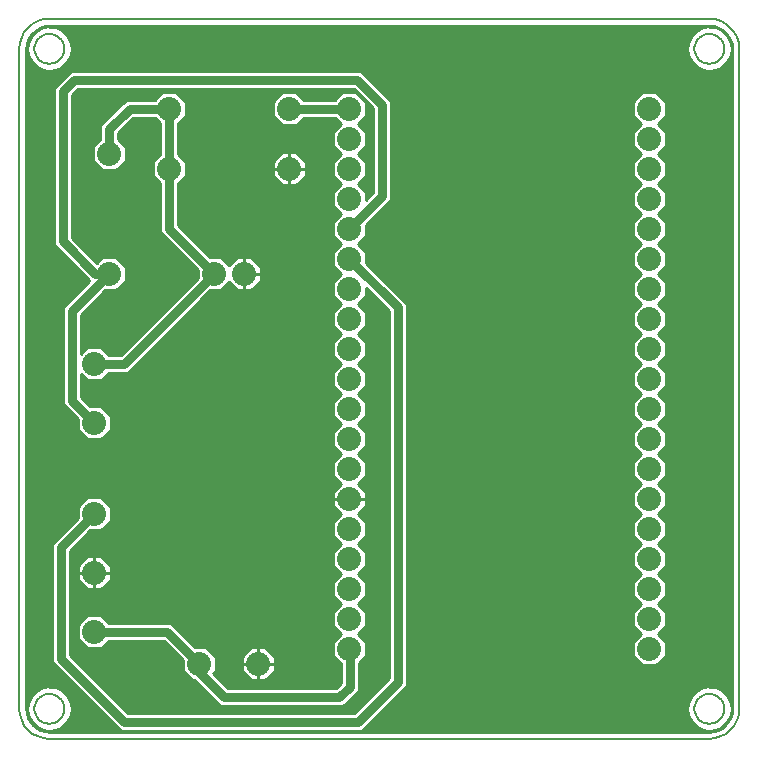
<source format=gbr>
G04 PROTEUS GERBER X2 FILE*
%TF.GenerationSoftware,Labcenter,Proteus,8.17-SP2-Build37159*%
%TF.CreationDate,2024-06-14T20:57:10+00:00*%
%TF.FileFunction,Copper,L2,Bot*%
%TF.FilePolarity,Positive*%
%TF.Part,Single*%
%TF.SameCoordinates,{55591e3b-a6ba-419d-b1af-bbe9e4acfd0b}*%
%FSLAX45Y45*%
%MOMM*%
G01*
%TA.AperFunction,Conductor*%
%ADD12C,0.762000*%
%ADD13C,0.254000*%
%TA.AperFunction,ComponentPad*%
%ADD10C,2.032000*%
%TA.AperFunction,Profile*%
%ADD11C,0.203200*%
%TD.AperFunction*%
%TA.AperFunction,Conductor*%
G36*
X+2832964Y+2982803D02*
X+2869052Y+2971597D01*
X+2901749Y+2953848D01*
X+2930295Y+2930295D01*
X+2953848Y+2901749D01*
X+2971597Y+2869052D01*
X+2982803Y+2832964D01*
X+2987040Y+2790940D01*
X+2987040Y-2790940D01*
X+2982803Y-2832964D01*
X+2971597Y-2869052D01*
X+2953848Y-2901749D01*
X+2930295Y-2930295D01*
X+2901749Y-2953848D01*
X+2869052Y-2971597D01*
X+2832964Y-2982803D01*
X+2790940Y-2987040D01*
X-2790940Y-2987040D01*
X-2832964Y-2982803D01*
X-2869052Y-2971597D01*
X-2901749Y-2953848D01*
X-2930295Y-2930295D01*
X-2953848Y-2901749D01*
X-2971597Y-2869052D01*
X-2982803Y-2832964D01*
X-2987040Y-2790940D01*
X-2987040Y+2790940D01*
X-2982803Y+2832964D01*
X-2971597Y+2869052D01*
X-2953848Y+2901749D01*
X-2930295Y+2930295D01*
X-2901749Y+2953848D01*
X-2869052Y+2971597D01*
X-2832964Y+2982803D01*
X-2790940Y+2987040D01*
X+2790940Y+2987040D01*
X+2832964Y+2982803D01*
G37*
%TD.AperFunction*%
%LPC*%
G36*
X+2802710Y-2606666D02*
X+2847557Y-2613140D01*
X+2898855Y-2637107D01*
X+2943796Y-2678866D01*
X+2975336Y-2741497D01*
X+2982529Y-2794000D01*
X+2975336Y-2846503D01*
X+2943796Y-2909134D01*
X+2930214Y-2921755D01*
X+2898855Y-2950893D01*
X+2890177Y-2954948D01*
X+2847557Y-2974860D01*
X+2794000Y-2982591D01*
X+2785290Y-2981334D01*
X+2740443Y-2974860D01*
X+2689145Y-2950893D01*
X+2644204Y-2909134D01*
X+2612664Y-2846503D01*
X+2605471Y-2794000D01*
X+2612664Y-2741497D01*
X+2644204Y-2678866D01*
X+2657786Y-2666245D01*
X+2689145Y-2637107D01*
X+2697823Y-2633052D01*
X+2740443Y-2613140D01*
X+2794000Y-2605409D01*
X+2802710Y-2606666D01*
G37*
G36*
X-2785290Y-2606666D02*
X-2740443Y-2613140D01*
X-2689145Y-2637107D01*
X-2644204Y-2678866D01*
X-2612664Y-2741497D01*
X-2605471Y-2794000D01*
X-2612664Y-2846503D01*
X-2644204Y-2909134D01*
X-2657786Y-2921755D01*
X-2689145Y-2950893D01*
X-2697823Y-2954948D01*
X-2740443Y-2974860D01*
X-2794000Y-2982591D01*
X-2802710Y-2981334D01*
X-2847557Y-2974860D01*
X-2898855Y-2950893D01*
X-2943796Y-2909134D01*
X-2975336Y-2846503D01*
X-2982529Y-2794000D01*
X-2975336Y-2741497D01*
X-2943796Y-2678866D01*
X-2930214Y-2666245D01*
X-2898855Y-2637107D01*
X-2890177Y-2633052D01*
X-2847557Y-2613140D01*
X-2794000Y-2605409D01*
X-2785290Y-2606666D01*
G37*
G36*
X-2785290Y+2981334D02*
X-2740443Y+2974860D01*
X-2689145Y+2950893D01*
X-2644204Y+2909134D01*
X-2612664Y+2846503D01*
X-2605471Y+2794000D01*
X-2612664Y+2741497D01*
X-2644204Y+2678866D01*
X-2657786Y+2666245D01*
X-2689145Y+2637107D01*
X-2697823Y+2633052D01*
X-2740443Y+2613140D01*
X-2794000Y+2605409D01*
X-2802710Y+2606666D01*
X-2847557Y+2613140D01*
X-2898855Y+2637107D01*
X-2943796Y+2678866D01*
X-2975336Y+2741497D01*
X-2982529Y+2794000D01*
X-2975336Y+2846503D01*
X-2943796Y+2909134D01*
X-2930214Y+2921755D01*
X-2898855Y+2950893D01*
X-2890177Y+2954948D01*
X-2847557Y+2974860D01*
X-2794000Y+2982591D01*
X-2785290Y+2981334D01*
G37*
G36*
X+2802710Y+2981334D02*
X+2847557Y+2974860D01*
X+2898855Y+2950893D01*
X+2943796Y+2909134D01*
X+2975336Y+2846503D01*
X+2982529Y+2794000D01*
X+2975336Y+2741497D01*
X+2943796Y+2678866D01*
X+2930214Y+2666245D01*
X+2898855Y+2637107D01*
X+2890177Y+2633052D01*
X+2847557Y+2613140D01*
X+2794000Y+2605409D01*
X+2785290Y+2606666D01*
X+2740443Y+2613140D01*
X+2689145Y+2637107D01*
X+2644204Y+2678866D01*
X+2612664Y+2741497D01*
X+2605471Y+2794000D01*
X+2612664Y+2846503D01*
X+2644204Y+2909134D01*
X+2657786Y+2921755D01*
X+2689145Y+2950893D01*
X+2697823Y+2954948D01*
X+2740443Y+2974860D01*
X+2794000Y+2982591D01*
X+2802710Y+2981334D01*
G37*
G36*
X+76740Y+2375440D02*
X+99059Y+2353121D01*
X+99059Y+1515299D01*
X-114301Y+1301939D01*
X-114301Y+1212135D01*
X-183436Y+1143000D01*
X-114301Y+1073865D01*
X-114301Y+984061D01*
X+234620Y+635140D01*
X+234620Y-2599828D01*
X-149123Y-2983571D01*
X-2189882Y-2983571D01*
X-2772813Y-2400640D01*
X-2772813Y-1395053D01*
X-2552699Y-1174939D01*
X-2552699Y-1085135D01*
X-2470865Y-1003301D01*
X-2355135Y-1003301D01*
X-2273301Y-1085135D01*
X-2273301Y-1200865D01*
X-2355135Y-1282699D01*
X-2444939Y-1282699D01*
X-2620415Y-1458175D01*
X-2620415Y-2337518D01*
X-2126760Y-2831173D01*
X-212245Y-2831173D01*
X+82222Y-2536706D01*
X+82222Y+572018D01*
X-114301Y+768541D01*
X-114301Y+704135D01*
X-183436Y+635000D01*
X-114301Y+565865D01*
X-114301Y+450135D01*
X-183436Y+381000D01*
X-114301Y+311865D01*
X-114301Y+196135D01*
X-183436Y+127000D01*
X-114301Y+57865D01*
X-114301Y-57865D01*
X-183436Y-127000D01*
X-114301Y-196135D01*
X-114301Y-311865D01*
X-183436Y-381000D01*
X-114301Y-450135D01*
X-114301Y-565865D01*
X-183436Y-635000D01*
X-114301Y-704135D01*
X-114301Y-819865D01*
X-183436Y-889000D01*
X-114301Y-958135D01*
X-114301Y-1073865D01*
X-183436Y-1143000D01*
X-114301Y-1212135D01*
X-114301Y-1327865D01*
X-183436Y-1397000D01*
X-114301Y-1466135D01*
X-114301Y-1581865D01*
X-183436Y-1651000D01*
X-114301Y-1720135D01*
X-114301Y-1835865D01*
X-183436Y-1905000D01*
X-114301Y-1974135D01*
X-114301Y-2089865D01*
X-183436Y-2159000D01*
X-114301Y-2228135D01*
X-114301Y-2343865D01*
X-174792Y-2404356D01*
X-174792Y-2640235D01*
X-305985Y-2771428D01*
X-1346468Y-2771428D01*
X-1565197Y-2552699D01*
X-1581865Y-2552699D01*
X-1663699Y-2470865D01*
X-1663699Y-2381062D01*
X-1825562Y-2219199D01*
X-2291635Y-2219199D01*
X-2355135Y-2282699D01*
X-2470865Y-2282699D01*
X-2552699Y-2200865D01*
X-2552699Y-2085135D01*
X-2470865Y-2003301D01*
X-2355135Y-2003301D01*
X-2291635Y-2066802D01*
X-1762438Y-2066802D01*
X-1555939Y-2273301D01*
X-1466135Y-2273301D01*
X-1384301Y-2355135D01*
X-1384301Y-2470865D01*
X-1407906Y-2494470D01*
X-1283346Y-2619030D01*
X-369107Y-2619030D01*
X-327190Y-2577113D01*
X-327190Y-2410374D01*
X-393699Y-2343865D01*
X-393699Y-2228135D01*
X-324564Y-2159000D01*
X-393699Y-2089865D01*
X-393699Y-1974135D01*
X-324564Y-1905000D01*
X-393699Y-1835865D01*
X-393699Y-1720135D01*
X-324564Y-1651000D01*
X-393699Y-1581865D01*
X-393699Y-1466135D01*
X-324564Y-1397000D01*
X-393699Y-1327865D01*
X-393699Y-1212135D01*
X-324564Y-1143000D01*
X-393699Y-1073865D01*
X-393699Y-958135D01*
X-324564Y-889000D01*
X-393699Y-819865D01*
X-393699Y-704135D01*
X-324564Y-635000D01*
X-393699Y-565865D01*
X-393699Y-450135D01*
X-324564Y-381000D01*
X-393699Y-311865D01*
X-393699Y-196135D01*
X-324564Y-127000D01*
X-393699Y-57865D01*
X-393699Y+57865D01*
X-324564Y+127000D01*
X-393699Y+196135D01*
X-393699Y+311865D01*
X-324564Y+381000D01*
X-393699Y+450135D01*
X-393699Y+565865D01*
X-324564Y+635000D01*
X-393699Y+704135D01*
X-393699Y+819865D01*
X-324564Y+889000D01*
X-393699Y+958135D01*
X-393699Y+1073865D01*
X-324564Y+1143000D01*
X-393699Y+1212135D01*
X-393699Y+1327865D01*
X-324564Y+1397000D01*
X-393699Y+1466135D01*
X-393699Y+1581865D01*
X-324564Y+1651000D01*
X-393699Y+1720135D01*
X-393699Y+1835865D01*
X-324564Y+1905000D01*
X-393699Y+1974135D01*
X-393699Y+2089865D01*
X-324564Y+2159000D01*
X-375365Y+2209801D01*
X-640635Y+2209801D01*
X-704135Y+2146301D01*
X-819865Y+2146301D01*
X-901699Y+2228135D01*
X-901699Y+2343865D01*
X-819865Y+2425699D01*
X-704135Y+2425699D01*
X-640635Y+2362199D01*
X-375365Y+2362199D01*
X-311865Y+2425699D01*
X-196135Y+2425699D01*
X-114301Y+2343865D01*
X-114301Y+2228135D01*
X-183436Y+2159000D01*
X-114301Y+2089865D01*
X-114301Y+1974135D01*
X-183436Y+1905000D01*
X-114301Y+1835865D01*
X-114301Y+1720135D01*
X-183436Y+1651000D01*
X-114301Y+1581865D01*
X-114301Y+1517459D01*
X-53339Y+1578421D01*
X-53339Y+2289999D01*
X-216019Y+2452679D01*
X-2550054Y+2452679D01*
X-2602281Y+2400452D01*
X-2602281Y+1193576D01*
X-2390635Y+981929D01*
X-2343865Y+1028699D01*
X-2228135Y+1028699D01*
X-2146301Y+946865D01*
X-2146301Y+831135D01*
X-2228135Y+749301D01*
X-2317939Y+749301D01*
X-2524761Y+542479D01*
X-2524761Y+212803D01*
X-2470865Y+266699D01*
X-2355135Y+266699D01*
X-2291635Y+203199D01*
X-2190561Y+203199D01*
X-1536699Y+857061D01*
X-1536699Y+920939D01*
X-1854199Y+1238439D01*
X-1854199Y+1656635D01*
X-1917699Y+1720135D01*
X-1917699Y+1835865D01*
X-1854199Y+1899365D01*
X-1854199Y+2164635D01*
X-1899365Y+2209801D01*
X-2081719Y+2209801D01*
X-2209801Y+2081719D01*
X-2209801Y+2026365D01*
X-2146301Y+1962865D01*
X-2146301Y+1847135D01*
X-2228135Y+1765301D01*
X-2343865Y+1765301D01*
X-2425699Y+1847135D01*
X-2425699Y+1962865D01*
X-2362199Y+2026365D01*
X-2362199Y+2144841D01*
X-2144841Y+2362199D01*
X-1899365Y+2362199D01*
X-1835865Y+2425699D01*
X-1720135Y+2425699D01*
X-1638301Y+2343865D01*
X-1638301Y+2228135D01*
X-1701801Y+2164635D01*
X-1701801Y+1899365D01*
X-1638301Y+1835865D01*
X-1638301Y+1720135D01*
X-1701801Y+1656635D01*
X-1701801Y+1301561D01*
X-1428939Y+1028699D01*
X-1339135Y+1028699D01*
X-1270000Y+959564D01*
X-1200865Y+1028699D01*
X-1085135Y+1028699D01*
X-1003301Y+946865D01*
X-1003301Y+831135D01*
X-1085135Y+749301D01*
X-1200865Y+749301D01*
X-1270000Y+818436D01*
X-1339135Y+749301D01*
X-1428939Y+749301D01*
X-2127439Y+50801D01*
X-2291635Y+50801D01*
X-2355135Y-12699D01*
X-2470865Y-12699D01*
X-2524761Y+41197D01*
X-2524761Y-153479D01*
X-2444939Y-233301D01*
X-2355135Y-233301D01*
X-2273301Y-315135D01*
X-2273301Y-430865D01*
X-2355135Y-512699D01*
X-2470865Y-512699D01*
X-2552699Y-430865D01*
X-2552699Y-341061D01*
X-2677159Y-216601D01*
X-2677159Y+605601D01*
X-2453493Y+829267D01*
X-2459345Y+835120D01*
X-2754679Y+1130454D01*
X-2754679Y+2463574D01*
X-2613176Y+2605077D01*
X-152897Y+2605077D01*
X+76740Y+2375440D01*
G37*
G36*
X+2425699Y+2343865D02*
X+2425699Y+2228135D01*
X+2356564Y+2159000D01*
X+2425699Y+2089865D01*
X+2425699Y+1974135D01*
X+2356564Y+1905000D01*
X+2425699Y+1835865D01*
X+2425699Y+1720135D01*
X+2356564Y+1651000D01*
X+2425699Y+1581865D01*
X+2425699Y+1466135D01*
X+2356564Y+1397000D01*
X+2425699Y+1327865D01*
X+2425699Y+1212135D01*
X+2356564Y+1143000D01*
X+2425699Y+1073865D01*
X+2425699Y+958135D01*
X+2356564Y+889000D01*
X+2425699Y+819865D01*
X+2425699Y+704135D01*
X+2356564Y+635000D01*
X+2425699Y+565865D01*
X+2425699Y+450135D01*
X+2356564Y+381000D01*
X+2425699Y+311865D01*
X+2425699Y+196135D01*
X+2356564Y+127000D01*
X+2425699Y+57865D01*
X+2425699Y-57865D01*
X+2356564Y-127000D01*
X+2425699Y-196135D01*
X+2425699Y-311865D01*
X+2356564Y-381000D01*
X+2425699Y-450135D01*
X+2425699Y-565865D01*
X+2356564Y-635000D01*
X+2425699Y-704135D01*
X+2425699Y-819865D01*
X+2356564Y-889000D01*
X+2425699Y-958135D01*
X+2425699Y-1073865D01*
X+2356564Y-1143000D01*
X+2425699Y-1212135D01*
X+2425699Y-1327865D01*
X+2356564Y-1397000D01*
X+2425699Y-1466135D01*
X+2425699Y-1581865D01*
X+2356564Y-1651000D01*
X+2425699Y-1720135D01*
X+2425699Y-1835865D01*
X+2356564Y-1905000D01*
X+2425699Y-1974135D01*
X+2425699Y-2089865D01*
X+2356564Y-2159000D01*
X+2425699Y-2228135D01*
X+2425699Y-2343865D01*
X+2343865Y-2425699D01*
X+2228135Y-2425699D01*
X+2146301Y-2343865D01*
X+2146301Y-2228135D01*
X+2215436Y-2159000D01*
X+2146301Y-2089865D01*
X+2146301Y-1974135D01*
X+2215436Y-1905000D01*
X+2146301Y-1835865D01*
X+2146301Y-1720135D01*
X+2215436Y-1651000D01*
X+2146301Y-1581865D01*
X+2146301Y-1466135D01*
X+2215436Y-1397000D01*
X+2146301Y-1327865D01*
X+2146301Y-1212135D01*
X+2215436Y-1143000D01*
X+2146301Y-1073865D01*
X+2146301Y-958135D01*
X+2215436Y-889000D01*
X+2146301Y-819865D01*
X+2146301Y-704135D01*
X+2215436Y-635000D01*
X+2146301Y-565865D01*
X+2146301Y-450135D01*
X+2215436Y-381000D01*
X+2146301Y-311865D01*
X+2146301Y-196135D01*
X+2215436Y-127000D01*
X+2146301Y-57865D01*
X+2146301Y+57865D01*
X+2215436Y+127000D01*
X+2146301Y+196135D01*
X+2146301Y+311865D01*
X+2215436Y+381000D01*
X+2146301Y+450135D01*
X+2146301Y+565865D01*
X+2215436Y+635000D01*
X+2146301Y+704135D01*
X+2146301Y+819865D01*
X+2215436Y+889000D01*
X+2146301Y+958135D01*
X+2146301Y+1073865D01*
X+2215436Y+1143000D01*
X+2146301Y+1212135D01*
X+2146301Y+1327865D01*
X+2215436Y+1397000D01*
X+2146301Y+1466135D01*
X+2146301Y+1581865D01*
X+2215436Y+1651000D01*
X+2146301Y+1720135D01*
X+2146301Y+1835865D01*
X+2215436Y+1905000D01*
X+2146301Y+1974135D01*
X+2146301Y+2089865D01*
X+2215436Y+2159000D01*
X+2146301Y+2228135D01*
X+2146301Y+2343865D01*
X+2228135Y+2425699D01*
X+2343865Y+2425699D01*
X+2425699Y+2343865D01*
G37*
G36*
X-901699Y+1720135D02*
X-901699Y+1835865D01*
X-819865Y+1917699D01*
X-704135Y+1917699D01*
X-622301Y+1835865D01*
X-622301Y+1720135D01*
X-704135Y+1638301D01*
X-819865Y+1638301D01*
X-901699Y+1720135D01*
G37*
G36*
X-2552699Y-1700865D02*
X-2552699Y-1585135D01*
X-2470865Y-1503301D01*
X-2355135Y-1503301D01*
X-2273301Y-1585135D01*
X-2273301Y-1700865D01*
X-2355135Y-1782699D01*
X-2470865Y-1782699D01*
X-2552699Y-1700865D01*
G37*
G36*
X-1163699Y-2470865D02*
X-1163699Y-2355135D01*
X-1081865Y-2273301D01*
X-966135Y-2273301D01*
X-884301Y-2355135D01*
X-884301Y-2470865D01*
X-966135Y-2552699D01*
X-1081865Y-2552699D01*
X-1163699Y-2470865D01*
G37*
%LPD*%
D12*
X-1524000Y-2413000D02*
X-1524000Y-2486136D01*
X-1314907Y-2695229D01*
X-337546Y-2695229D01*
X-250991Y-2608674D01*
X-250991Y-2289009D01*
X-254000Y-2286000D01*
X-2413000Y-2143000D02*
X-1794000Y-2143000D01*
X-1524000Y-2413000D01*
X-1778000Y+1778000D02*
X-1778000Y+1270000D01*
X-1397000Y+889000D01*
X-2159000Y+127000D01*
X-2413000Y+127000D01*
X-762000Y+2286000D02*
X-254000Y+2286000D01*
X-1778000Y+2286000D02*
X-2113280Y+2286000D01*
X-2286000Y+2113280D01*
X-2286000Y+1905000D01*
X-1778000Y+2286000D02*
X-1778000Y+1778000D01*
X-2413000Y-373000D02*
X-2600960Y-185040D01*
X-2600960Y+574040D01*
X-2286000Y+889000D01*
X-2413000Y-1143000D02*
X-2696614Y-1426614D01*
X-2696614Y-2210621D01*
X-2696614Y-2369079D01*
X-2158321Y-2907372D01*
X-180684Y-2907372D01*
X+158421Y-2568267D01*
X+158421Y+603579D01*
X-254000Y+1016000D01*
X-2286000Y+889000D02*
X-2405465Y+889000D01*
X-2678480Y+1162015D01*
X-2678480Y+2432013D01*
X-2581615Y+2528878D01*
X-184458Y+2528878D01*
X+22860Y+2321560D01*
X+22860Y+1546860D01*
X-254000Y+1270000D01*
D13*
X+2832964Y+2982803D02*
X+2869052Y+2971597D01*
X+2901749Y+2953848D01*
X+2930295Y+2930295D01*
X+2953848Y+2901749D01*
X+2971597Y+2869052D01*
X+2982803Y+2832964D01*
X+2987040Y+2790940D01*
X+2987040Y-2790940D01*
X+2982803Y-2832964D01*
X+2971597Y-2869052D01*
X+2953848Y-2901749D01*
X+2930295Y-2930295D01*
X+2901749Y-2953848D01*
X+2869052Y-2971597D01*
X+2832964Y-2982803D01*
X+2790940Y-2987040D01*
X-2790940Y-2987040D01*
X-2832964Y-2982803D01*
X-2869052Y-2971597D01*
X-2901749Y-2953848D01*
X-2930295Y-2930295D01*
X-2953848Y-2901749D01*
X-2971597Y-2869052D01*
X-2982803Y-2832964D01*
X-2987040Y-2790940D01*
X-2987040Y+2790940D01*
X-2982803Y+2832964D01*
X-2971597Y+2869052D01*
X-2953848Y+2901749D01*
X-2930295Y+2930295D01*
X-2901749Y+2953848D01*
X-2869052Y+2971597D01*
X-2832964Y+2982803D01*
X-2790940Y+2987040D01*
X+2790940Y+2987040D01*
X+2832964Y+2982803D01*
X+2802710Y-2606666D02*
X+2847557Y-2613140D01*
X+2898855Y-2637107D01*
X+2943796Y-2678866D01*
X+2975336Y-2741497D01*
X+2982529Y-2794000D01*
X+2975336Y-2846503D01*
X+2943796Y-2909134D01*
X+2930214Y-2921755D01*
X+2898855Y-2950893D01*
X+2890177Y-2954948D01*
X+2847557Y-2974860D01*
X+2794000Y-2982591D01*
X+2785290Y-2981334D01*
X+2740443Y-2974860D01*
X+2689145Y-2950893D01*
X+2644204Y-2909134D01*
X+2612664Y-2846503D01*
X+2605471Y-2794000D01*
X+2612664Y-2741497D01*
X+2644204Y-2678866D01*
X+2657786Y-2666245D01*
X+2689145Y-2637107D01*
X+2697823Y-2633052D01*
X+2740443Y-2613140D01*
X+2794000Y-2605409D01*
X+2802710Y-2606666D01*
X-2785290Y-2606666D02*
X-2740443Y-2613140D01*
X-2689145Y-2637107D01*
X-2644204Y-2678866D01*
X-2612664Y-2741497D01*
X-2605471Y-2794000D01*
X-2612664Y-2846503D01*
X-2644204Y-2909134D01*
X-2657786Y-2921755D01*
X-2689145Y-2950893D01*
X-2697823Y-2954948D01*
X-2740443Y-2974860D01*
X-2794000Y-2982591D01*
X-2802710Y-2981334D01*
X-2847557Y-2974860D01*
X-2898855Y-2950893D01*
X-2943796Y-2909134D01*
X-2975336Y-2846503D01*
X-2982529Y-2794000D01*
X-2975336Y-2741497D01*
X-2943796Y-2678866D01*
X-2930214Y-2666245D01*
X-2898855Y-2637107D01*
X-2890177Y-2633052D01*
X-2847557Y-2613140D01*
X-2794000Y-2605409D01*
X-2785290Y-2606666D01*
X-2785290Y+2981334D02*
X-2740443Y+2974860D01*
X-2689145Y+2950893D01*
X-2644204Y+2909134D01*
X-2612664Y+2846503D01*
X-2605471Y+2794000D01*
X-2612664Y+2741497D01*
X-2644204Y+2678866D01*
X-2657786Y+2666245D01*
X-2689145Y+2637107D01*
X-2697823Y+2633052D01*
X-2740443Y+2613140D01*
X-2794000Y+2605409D01*
X-2802710Y+2606666D01*
X-2847557Y+2613140D01*
X-2898855Y+2637107D01*
X-2943796Y+2678866D01*
X-2975336Y+2741497D01*
X-2982529Y+2794000D01*
X-2975336Y+2846503D01*
X-2943796Y+2909134D01*
X-2930214Y+2921755D01*
X-2898855Y+2950893D01*
X-2890177Y+2954948D01*
X-2847557Y+2974860D01*
X-2794000Y+2982591D01*
X-2785290Y+2981334D01*
X+2802710Y+2981334D02*
X+2847557Y+2974860D01*
X+2898855Y+2950893D01*
X+2943796Y+2909134D01*
X+2975336Y+2846503D01*
X+2982529Y+2794000D01*
X+2975336Y+2741497D01*
X+2943796Y+2678866D01*
X+2930214Y+2666245D01*
X+2898855Y+2637107D01*
X+2890177Y+2633052D01*
X+2847557Y+2613140D01*
X+2794000Y+2605409D01*
X+2785290Y+2606666D01*
X+2740443Y+2613140D01*
X+2689145Y+2637107D01*
X+2644204Y+2678866D01*
X+2612664Y+2741497D01*
X+2605471Y+2794000D01*
X+2612664Y+2846503D01*
X+2644204Y+2909134D01*
X+2657786Y+2921755D01*
X+2689145Y+2950893D01*
X+2697823Y+2954948D01*
X+2740443Y+2974860D01*
X+2794000Y+2982591D01*
X+2802710Y+2981334D01*
X+76740Y+2375440D02*
X+99059Y+2353121D01*
X+99059Y+1515299D01*
X-114301Y+1301939D01*
X-114301Y+1212135D01*
X-183436Y+1143000D01*
X-114301Y+1073865D01*
X-114301Y+984061D01*
X+234620Y+635140D01*
X+234620Y-2599828D01*
X-149123Y-2983571D01*
X-2189882Y-2983571D01*
X-2772813Y-2400640D01*
X-2772813Y-1395053D01*
X-2552699Y-1174939D01*
X-2552699Y-1085135D01*
X-2470865Y-1003301D01*
X-2355135Y-1003301D01*
X-2273301Y-1085135D01*
X-2273301Y-1200865D01*
X-2355135Y-1282699D01*
X-2444939Y-1282699D01*
X-2620415Y-1458175D01*
X-2620415Y-2337518D01*
X-2126760Y-2831173D01*
X-212245Y-2831173D01*
X+82222Y-2536706D01*
X+82222Y+572018D01*
X-114301Y+768541D01*
X-114301Y+704135D01*
X-183436Y+635000D01*
X-114301Y+565865D01*
X-114301Y+450135D01*
X-183436Y+381000D01*
X-114301Y+311865D01*
X-114301Y+196135D01*
X-183436Y+127000D01*
X-114301Y+57865D01*
X-114301Y-57865D01*
X-183436Y-127000D01*
X-114301Y-196135D01*
X-114301Y-311865D01*
X-183436Y-381000D01*
X-114301Y-450135D01*
X-114301Y-565865D01*
X-183436Y-635000D01*
X-114301Y-704135D01*
X-114301Y-819865D01*
X-183436Y-889000D01*
X-114301Y-958135D01*
X-114301Y-1073865D01*
X-183436Y-1143000D01*
X-114301Y-1212135D01*
X-114301Y-1327865D01*
X-183436Y-1397000D01*
X-114301Y-1466135D01*
X-114301Y-1581865D01*
X-183436Y-1651000D01*
X-114301Y-1720135D01*
X-114301Y-1835865D01*
X-183436Y-1905000D01*
X-114301Y-1974135D01*
X-114301Y-2089865D01*
X-183436Y-2159000D01*
X-114301Y-2228135D01*
X-114301Y-2343865D01*
X-174792Y-2404356D01*
X-174792Y-2640235D01*
X-305985Y-2771428D01*
X-1346468Y-2771428D01*
X-1565197Y-2552699D01*
X-1581865Y-2552699D01*
X-1663699Y-2470865D01*
X-1663699Y-2381062D01*
X-1825562Y-2219199D01*
X-2291635Y-2219199D01*
X-2355135Y-2282699D01*
X-2470865Y-2282699D01*
X-2552699Y-2200865D01*
X-2552699Y-2085135D01*
X-2470865Y-2003301D01*
X-2355135Y-2003301D01*
X-2291635Y-2066802D01*
X-1762438Y-2066802D01*
X-1555939Y-2273301D01*
X-1466135Y-2273301D01*
X-1384301Y-2355135D01*
X-1384301Y-2470865D01*
X-1407906Y-2494470D01*
X-1283346Y-2619030D01*
X-369107Y-2619030D01*
X-327190Y-2577113D01*
X-327190Y-2410374D01*
X-393699Y-2343865D01*
X-393699Y-2228135D01*
X-324564Y-2159000D01*
X-393699Y-2089865D01*
X-393699Y-1974135D01*
X-324564Y-1905000D01*
X-393699Y-1835865D01*
X-393699Y-1720135D01*
X-324564Y-1651000D01*
X-393699Y-1581865D01*
X-393699Y-1466135D01*
X-324564Y-1397000D01*
X-393699Y-1327865D01*
X-393699Y-1212135D01*
X-324564Y-1143000D01*
X-393699Y-1073865D01*
X-393699Y-958135D01*
X-324564Y-889000D01*
X-393699Y-819865D01*
X-393699Y-704135D01*
X-324564Y-635000D01*
X-393699Y-565865D01*
X-393699Y-450135D01*
X-324564Y-381000D01*
X-393699Y-311865D01*
X-393699Y-196135D01*
X-324564Y-127000D01*
X-393699Y-57865D01*
X-393699Y+57865D01*
X-324564Y+127000D01*
X-393699Y+196135D01*
X-393699Y+311865D01*
X-324564Y+381000D01*
X-393699Y+450135D01*
X-393699Y+565865D01*
X-324564Y+635000D01*
X-393699Y+704135D01*
X-393699Y+819865D01*
X-324564Y+889000D01*
X-393699Y+958135D01*
X-393699Y+1073865D01*
X-324564Y+1143000D01*
X-393699Y+1212135D01*
X-393699Y+1327865D01*
X-324564Y+1397000D01*
X-393699Y+1466135D01*
X-393699Y+1581865D01*
X-324564Y+1651000D01*
X-393699Y+1720135D01*
X-393699Y+1835865D01*
X-324564Y+1905000D01*
X-393699Y+1974135D01*
X-393699Y+2089865D01*
X-324564Y+2159000D01*
X-375365Y+2209801D01*
X-640635Y+2209801D01*
X-704135Y+2146301D01*
X-819865Y+2146301D01*
X-901699Y+2228135D01*
X-901699Y+2343865D01*
X-819865Y+2425699D01*
X-704135Y+2425699D01*
X-640635Y+2362199D01*
X-375365Y+2362199D01*
X-311865Y+2425699D01*
X-196135Y+2425699D01*
X-114301Y+2343865D01*
X-114301Y+2228135D01*
X-183436Y+2159000D01*
X-114301Y+2089865D01*
X-114301Y+1974135D01*
X-183436Y+1905000D01*
X-114301Y+1835865D01*
X-114301Y+1720135D01*
X-183436Y+1651000D01*
X-114301Y+1581865D01*
X-114301Y+1517459D01*
X-53339Y+1578421D01*
X-53339Y+2289999D01*
X-216019Y+2452679D01*
X-2550054Y+2452679D01*
X-2602281Y+2400452D01*
X-2602281Y+1193576D01*
X-2390635Y+981929D01*
X-2343865Y+1028699D01*
X-2228135Y+1028699D01*
X-2146301Y+946865D01*
X-2146301Y+831135D01*
X-2228135Y+749301D01*
X-2317939Y+749301D01*
X-2524761Y+542479D01*
X-2524761Y+212803D01*
X-2470865Y+266699D01*
X-2355135Y+266699D01*
X-2291635Y+203199D01*
X-2190561Y+203199D01*
X-1536699Y+857061D01*
X-1536699Y+920939D01*
X-1854199Y+1238439D01*
X-1854199Y+1656635D01*
X-1917699Y+1720135D01*
X-1917699Y+1835865D01*
X-1854199Y+1899365D01*
X-1854199Y+2164635D01*
X-1899365Y+2209801D01*
X-2081719Y+2209801D01*
X-2209801Y+2081719D01*
X-2209801Y+2026365D01*
X-2146301Y+1962865D01*
X-2146301Y+1847135D01*
X-2228135Y+1765301D01*
X-2343865Y+1765301D01*
X-2425699Y+1847135D01*
X-2425699Y+1962865D01*
X-2362199Y+2026365D01*
X-2362199Y+2144841D01*
X-2144841Y+2362199D01*
X-1899365Y+2362199D01*
X-1835865Y+2425699D01*
X-1720135Y+2425699D01*
X-1638301Y+2343865D01*
X-1638301Y+2228135D01*
X-1701801Y+2164635D01*
X-1701801Y+1899365D01*
X-1638301Y+1835865D01*
X-1638301Y+1720135D01*
X-1701801Y+1656635D01*
X-1701801Y+1301561D01*
X-1428939Y+1028699D01*
X-1339135Y+1028699D01*
X-1270000Y+959564D01*
X-1200865Y+1028699D01*
X-1085135Y+1028699D01*
X-1003301Y+946865D01*
X-1003301Y+831135D01*
X-1085135Y+749301D01*
X-1200865Y+749301D01*
X-1270000Y+818436D01*
X-1339135Y+749301D01*
X-1428939Y+749301D01*
X-2127439Y+50801D01*
X-2291635Y+50801D01*
X-2355135Y-12699D01*
X-2470865Y-12699D01*
X-2524761Y+41197D01*
X-2524761Y-153479D01*
X-2444939Y-233301D01*
X-2355135Y-233301D01*
X-2273301Y-315135D01*
X-2273301Y-430865D01*
X-2355135Y-512699D01*
X-2470865Y-512699D01*
X-2552699Y-430865D01*
X-2552699Y-341061D01*
X-2677159Y-216601D01*
X-2677159Y+605601D01*
X-2453493Y+829267D01*
X-2459345Y+835120D01*
X-2754679Y+1130454D01*
X-2754679Y+2463574D01*
X-2613176Y+2605077D01*
X-152897Y+2605077D01*
X+76740Y+2375440D01*
X+2425699Y+2343865D02*
X+2425699Y+2228135D01*
X+2356564Y+2159000D01*
X+2425699Y+2089865D01*
X+2425699Y+1974135D01*
X+2356564Y+1905000D01*
X+2425699Y+1835865D01*
X+2425699Y+1720135D01*
X+2356564Y+1651000D01*
X+2425699Y+1581865D01*
X+2425699Y+1466135D01*
X+2356564Y+1397000D01*
X+2425699Y+1327865D01*
X+2425699Y+1212135D01*
X+2356564Y+1143000D01*
X+2425699Y+1073865D01*
X+2425699Y+958135D01*
X+2356564Y+889000D01*
X+2425699Y+819865D01*
X+2425699Y+704135D01*
X+2356564Y+635000D01*
X+2425699Y+565865D01*
X+2425699Y+450135D01*
X+2356564Y+381000D01*
X+2425699Y+311865D01*
X+2425699Y+196135D01*
X+2356564Y+127000D01*
X+2425699Y+57865D01*
X+2425699Y-57865D01*
X+2356564Y-127000D01*
X+2425699Y-196135D01*
X+2425699Y-311865D01*
X+2356564Y-381000D01*
X+2425699Y-450135D01*
X+2425699Y-565865D01*
X+2356564Y-635000D01*
X+2425699Y-704135D01*
X+2425699Y-819865D01*
X+2356564Y-889000D01*
X+2425699Y-958135D01*
X+2425699Y-1073865D01*
X+2356564Y-1143000D01*
X+2425699Y-1212135D01*
X+2425699Y-1327865D01*
X+2356564Y-1397000D01*
X+2425699Y-1466135D01*
X+2425699Y-1581865D01*
X+2356564Y-1651000D01*
X+2425699Y-1720135D01*
X+2425699Y-1835865D01*
X+2356564Y-1905000D01*
X+2425699Y-1974135D01*
X+2425699Y-2089865D01*
X+2356564Y-2159000D01*
X+2425699Y-2228135D01*
X+2425699Y-2343865D01*
X+2343865Y-2425699D01*
X+2228135Y-2425699D01*
X+2146301Y-2343865D01*
X+2146301Y-2228135D01*
X+2215436Y-2159000D01*
X+2146301Y-2089865D01*
X+2146301Y-1974135D01*
X+2215436Y-1905000D01*
X+2146301Y-1835865D01*
X+2146301Y-1720135D01*
X+2215436Y-1651000D01*
X+2146301Y-1581865D01*
X+2146301Y-1466135D01*
X+2215436Y-1397000D01*
X+2146301Y-1327865D01*
X+2146301Y-1212135D01*
X+2215436Y-1143000D01*
X+2146301Y-1073865D01*
X+2146301Y-958135D01*
X+2215436Y-889000D01*
X+2146301Y-819865D01*
X+2146301Y-704135D01*
X+2215436Y-635000D01*
X+2146301Y-565865D01*
X+2146301Y-450135D01*
X+2215436Y-381000D01*
X+2146301Y-311865D01*
X+2146301Y-196135D01*
X+2215436Y-127000D01*
X+2146301Y-57865D01*
X+2146301Y+57865D01*
X+2215436Y+127000D01*
X+2146301Y+196135D01*
X+2146301Y+311865D01*
X+2215436Y+381000D01*
X+2146301Y+450135D01*
X+2146301Y+565865D01*
X+2215436Y+635000D01*
X+2146301Y+704135D01*
X+2146301Y+819865D01*
X+2215436Y+889000D01*
X+2146301Y+958135D01*
X+2146301Y+1073865D01*
X+2215436Y+1143000D01*
X+2146301Y+1212135D01*
X+2146301Y+1327865D01*
X+2215436Y+1397000D01*
X+2146301Y+1466135D01*
X+2146301Y+1581865D01*
X+2215436Y+1651000D01*
X+2146301Y+1720135D01*
X+2146301Y+1835865D01*
X+2215436Y+1905000D01*
X+2146301Y+1974135D01*
X+2146301Y+2089865D01*
X+2215436Y+2159000D01*
X+2146301Y+2228135D01*
X+2146301Y+2343865D01*
X+2228135Y+2425699D01*
X+2343865Y+2425699D01*
X+2425699Y+2343865D01*
X-901699Y+1720135D02*
X-901699Y+1835865D01*
X-819865Y+1917699D01*
X-704135Y+1917699D01*
X-622301Y+1835865D01*
X-622301Y+1720135D01*
X-704135Y+1638301D01*
X-819865Y+1638301D01*
X-901699Y+1720135D01*
X-2552699Y-1700865D02*
X-2552699Y-1585135D01*
X-2470865Y-1503301D01*
X-2355135Y-1503301D01*
X-2273301Y-1585135D01*
X-2273301Y-1700865D01*
X-2355135Y-1782699D01*
X-2470865Y-1782699D01*
X-2552699Y-1700865D01*
X-1163699Y-2470865D02*
X-1163699Y-2355135D01*
X-1081865Y-2273301D01*
X-966135Y-2273301D01*
X-884301Y-2355135D01*
X-884301Y-2470865D01*
X-966135Y-2552699D01*
X-1081865Y-2552699D01*
X-1163699Y-2470865D01*
X-380999Y-1016000D02*
X-254000Y-1016000D01*
X-127001Y-1016000D02*
X-254000Y-1016000D01*
X-1016001Y+889000D02*
X-1143000Y+889000D01*
X-1143000Y+762001D02*
X-1143000Y+889000D01*
X-1143000Y+1015999D02*
X-1143000Y+889000D01*
X-888999Y+1778000D02*
X-762000Y+1778000D01*
X-635001Y+1778000D02*
X-762000Y+1778000D01*
X-762000Y+1651001D02*
X-762000Y+1778000D01*
X-762000Y+1904999D02*
X-762000Y+1778000D01*
X-2539999Y-1643000D02*
X-2413000Y-1643000D01*
X-2286001Y-1643000D02*
X-2413000Y-1643000D01*
X-2413000Y-1769999D02*
X-2413000Y-1643000D01*
X-2413000Y-1516001D02*
X-2413000Y-1643000D01*
X-1150999Y-2413000D02*
X-1024000Y-2413000D01*
X-897001Y-2413000D02*
X-1024000Y-2413000D01*
X-1024000Y-2539999D02*
X-1024000Y-2413000D01*
X-1024000Y-2286001D02*
X-1024000Y-2413000D01*
D10*
X-254000Y-2286000D03*
X-254000Y-2032000D03*
X-254000Y-1778000D03*
X-254000Y-1524000D03*
X-254000Y-1270000D03*
X-254000Y-1016000D03*
X-254000Y-762000D03*
X-254000Y-508000D03*
X-254000Y-254000D03*
X-254000Y+0D03*
X-254000Y+254000D03*
X-254000Y+508000D03*
X-254000Y+762000D03*
X-254000Y+1016000D03*
X-254000Y+1270000D03*
X-254000Y+1524000D03*
X-254000Y+1778000D03*
X-254000Y+2032000D03*
X-254000Y+2286000D03*
X+2286000Y-2286000D03*
X+2286000Y-2032000D03*
X+2286000Y-1778000D03*
X+2286000Y-1524000D03*
X+2286000Y-1270000D03*
X+2286000Y-1016000D03*
X+2286000Y-762000D03*
X+2286000Y-508000D03*
X+2286000Y-254000D03*
X+2286000Y+0D03*
X+2286000Y+254000D03*
X+2286000Y+508000D03*
X+2286000Y+762000D03*
X+2286000Y+1016000D03*
X+2286000Y+1270000D03*
X+2286000Y+1524000D03*
X+2286000Y+1778000D03*
X+2286000Y+2032000D03*
X+2286000Y+2286000D03*
X-2413000Y+127000D03*
X-2413000Y-373000D03*
X-1397000Y+889000D03*
X-1143000Y+889000D03*
X-1778000Y+2286000D03*
X-762000Y+2286000D03*
X-1778000Y+1778000D03*
X-762000Y+1778000D03*
X-2286000Y+889000D03*
X-2286000Y+1905000D03*
X-2413000Y-1143000D03*
X-2413000Y-1643000D03*
X-2413000Y-2143000D03*
X-1524000Y-2413000D03*
X-1024000Y-2413000D03*
D11*
X+2921000Y-2794000D02*
X+2920573Y-2783591D01*
X+2917101Y-2762772D01*
X+2909845Y-2741953D01*
X+2898017Y-2721134D01*
X+2879920Y-2700476D01*
X+2859101Y-2684955D01*
X+2838282Y-2674970D01*
X+2817463Y-2669186D01*
X+2796644Y-2667028D01*
X+2794000Y-2667000D01*
X+2667000Y-2794000D02*
X+2667427Y-2783591D01*
X+2670899Y-2762772D01*
X+2678155Y-2741953D01*
X+2689983Y-2721134D01*
X+2708080Y-2700476D01*
X+2728899Y-2684955D01*
X+2749718Y-2674970D01*
X+2770537Y-2669186D01*
X+2791356Y-2667028D01*
X+2794000Y-2667000D01*
X+2667000Y-2794000D02*
X+2667427Y-2804409D01*
X+2670899Y-2825228D01*
X+2678155Y-2846047D01*
X+2689983Y-2866866D01*
X+2708080Y-2887524D01*
X+2728899Y-2903045D01*
X+2749718Y-2913030D01*
X+2770537Y-2918814D01*
X+2791356Y-2920972D01*
X+2794000Y-2921000D01*
X+2921000Y-2794000D02*
X+2920573Y-2804409D01*
X+2917101Y-2825228D01*
X+2909845Y-2846047D01*
X+2898017Y-2866866D01*
X+2879920Y-2887524D01*
X+2859101Y-2903045D01*
X+2838282Y-2913030D01*
X+2817463Y-2918814D01*
X+2796644Y-2920972D01*
X+2794000Y-2921000D01*
X-2667000Y-2794000D02*
X-2667427Y-2783591D01*
X-2670899Y-2762772D01*
X-2678155Y-2741953D01*
X-2689983Y-2721134D01*
X-2708080Y-2700476D01*
X-2728899Y-2684955D01*
X-2749718Y-2674970D01*
X-2770537Y-2669186D01*
X-2791356Y-2667028D01*
X-2794000Y-2667000D01*
X-2921000Y-2794000D02*
X-2920573Y-2783591D01*
X-2917101Y-2762772D01*
X-2909845Y-2741953D01*
X-2898017Y-2721134D01*
X-2879920Y-2700476D01*
X-2859101Y-2684955D01*
X-2838282Y-2674970D01*
X-2817463Y-2669186D01*
X-2796644Y-2667028D01*
X-2794000Y-2667000D01*
X-2921000Y-2794000D02*
X-2920573Y-2804409D01*
X-2917101Y-2825228D01*
X-2909845Y-2846047D01*
X-2898017Y-2866866D01*
X-2879920Y-2887524D01*
X-2859101Y-2903045D01*
X-2838282Y-2913030D01*
X-2817463Y-2918814D01*
X-2796644Y-2920972D01*
X-2794000Y-2921000D01*
X-2667000Y-2794000D02*
X-2667427Y-2804409D01*
X-2670899Y-2825228D01*
X-2678155Y-2846047D01*
X-2689983Y-2866866D01*
X-2708080Y-2887524D01*
X-2728899Y-2903045D01*
X-2749718Y-2913030D01*
X-2770537Y-2918814D01*
X-2791356Y-2920972D01*
X-2794000Y-2921000D01*
X-2667000Y+2794000D02*
X-2667427Y+2804409D01*
X-2670899Y+2825228D01*
X-2678155Y+2846047D01*
X-2689983Y+2866866D01*
X-2708080Y+2887524D01*
X-2728899Y+2903045D01*
X-2749718Y+2913030D01*
X-2770537Y+2918814D01*
X-2791356Y+2920972D01*
X-2794000Y+2921000D01*
X-2921000Y+2794000D02*
X-2920573Y+2804409D01*
X-2917101Y+2825228D01*
X-2909845Y+2846047D01*
X-2898017Y+2866866D01*
X-2879920Y+2887524D01*
X-2859101Y+2903045D01*
X-2838282Y+2913030D01*
X-2817463Y+2918814D01*
X-2796644Y+2920972D01*
X-2794000Y+2921000D01*
X-2921000Y+2794000D02*
X-2920573Y+2783591D01*
X-2917101Y+2762772D01*
X-2909845Y+2741953D01*
X-2898017Y+2721134D01*
X-2879920Y+2700476D01*
X-2859101Y+2684955D01*
X-2838282Y+2674970D01*
X-2817463Y+2669186D01*
X-2796644Y+2667028D01*
X-2794000Y+2667000D01*
X-2667000Y+2794000D02*
X-2667427Y+2783591D01*
X-2670899Y+2762772D01*
X-2678155Y+2741953D01*
X-2689983Y+2721134D01*
X-2708080Y+2700476D01*
X-2728899Y+2684955D01*
X-2749718Y+2674970D01*
X-2770537Y+2669186D01*
X-2791356Y+2667028D01*
X-2794000Y+2667000D01*
X+2921000Y+2794000D02*
X+2920573Y+2804409D01*
X+2917101Y+2825228D01*
X+2909845Y+2846047D01*
X+2898017Y+2866866D01*
X+2879920Y+2887524D01*
X+2859101Y+2903045D01*
X+2838282Y+2913030D01*
X+2817463Y+2918814D01*
X+2796644Y+2920972D01*
X+2794000Y+2921000D01*
X+2667000Y+2794000D02*
X+2667427Y+2804409D01*
X+2670899Y+2825228D01*
X+2678155Y+2846047D01*
X+2689983Y+2866866D01*
X+2708080Y+2887524D01*
X+2728899Y+2903045D01*
X+2749718Y+2913030D01*
X+2770537Y+2918814D01*
X+2791356Y+2920972D01*
X+2794000Y+2921000D01*
X+2667000Y+2794000D02*
X+2667427Y+2783591D01*
X+2670899Y+2762772D01*
X+2678155Y+2741953D01*
X+2689983Y+2721134D01*
X+2708080Y+2700476D01*
X+2728899Y+2684955D01*
X+2749718Y+2674970D01*
X+2770537Y+2669186D01*
X+2791356Y+2667028D01*
X+2794000Y+2667000D01*
X+2921000Y+2794000D02*
X+2920573Y+2783591D01*
X+2917101Y+2762772D01*
X+2909845Y+2741953D01*
X+2898017Y+2721134D01*
X+2879920Y+2700476D01*
X+2859101Y+2684955D01*
X+2838282Y+2674970D01*
X+2817463Y+2669186D01*
X+2796644Y+2667028D01*
X+2794000Y+2667000D01*
X-2794000Y-3048000D02*
X-2845183Y-3042839D01*
X-2892859Y-3028036D01*
X-2936004Y-3004615D01*
X-2973597Y-2973597D01*
X-3004615Y-2936004D01*
X-3028036Y-2892859D01*
X-3042839Y-2845183D01*
X-3048000Y-2794000D01*
X+2794000Y-3048000D02*
X+2845183Y-3042839D01*
X+2892859Y-3028036D01*
X+2936004Y-3004615D01*
X+2973597Y-2973597D01*
X+3004615Y-2936004D01*
X+3028036Y-2892859D01*
X+3042839Y-2845183D01*
X+3048000Y-2794000D01*
X+3048000Y+2794000D02*
X+3042839Y+2845183D01*
X+3028036Y+2892859D01*
X+3004615Y+2936004D01*
X+2973597Y+2973597D01*
X+2936004Y+3004615D01*
X+2892859Y+3028036D01*
X+2845183Y+3042839D01*
X+2794000Y+3048000D01*
X-3048000Y+2794000D02*
X-3042839Y+2845183D01*
X-3028036Y+2892859D01*
X-3004615Y+2936004D01*
X-2973597Y+2973597D01*
X-2936004Y+3004615D01*
X-2892859Y+3028036D01*
X-2845183Y+3042839D01*
X-2794000Y+3048000D01*
X-3048000Y+2794000D02*
X-3048000Y-2794000D01*
X-2794000Y-3048000D02*
X+2794000Y-3048000D01*
X+3048000Y-2794000D02*
X+3048000Y+2794000D01*
X+2794000Y+3048000D02*
X-2794000Y+3048000D01*
M02*

</source>
